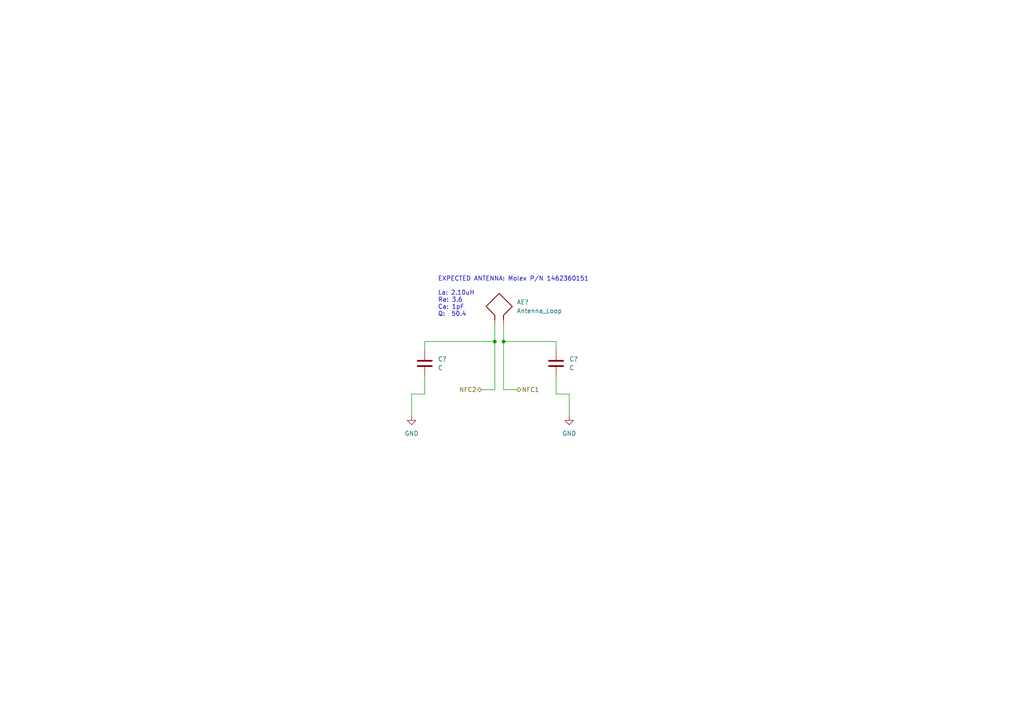
<source format=kicad_sch>
(kicad_sch (version 20211123) (generator eeschema)
  (paper "A4")
  (lib_symbols
    (symbol "Device:Antenna_Loop" (pin_numbers hide) (pin_names (offset 1.016) hide)
      (property "Reference" "AE" (at 1.27 6.35 0))
      (property "Value" "Antenna_Loop" (at 1.27 5.08 0))
      (symbol "Antenna_Loop_0_1"
        (polyline (pts (xy 2.54 -3.81) (xy 2.54 -2.54) (xy 5.08 0) (xy 1.27 3.81) (xy -2.54 0) (xy 0 -2.54) (xy 0 -3.81)) (stroke (width 0.254)))
      )
      (symbol "Antenna_Loop_1_1"
        (pin input line (at 0 -5.08 90) (length 2.54) (name "~") (number "1"))
        (pin input line (at 2.54 -5.08 90) (length 2.54) (name "~") (number "2"))
      )
    )
    (symbol "Device:C" (pin_numbers hide) (pin_names (offset 0.254))
      (property "Reference" "C" (at 0.635 2.54 0))
      (property "Value" "C" (at 0.635 -2.54 0))
      (symbol "C_0_1"
        (polyline (pts (xy -2.032 -0.762) (xy 2.032 -0.762)) (stroke (width 0.508)))
        (polyline (pts (xy -2.032 0.762) (xy 2.032 0.762)) (stroke (width 0.508)))
      )
      (symbol "C_1_1"
        (pin passive line (at 0 3.81 270) (length 2.794) (name "~") (number "1"))
        (pin passive line (at 0 -3.81 90) (length 2.794) (name "~") (number "2"))
      )
    )
    (symbol "power:GND" (power) (pin_names (offset 0))
      (property "Value" "GND" (at 0 -3.81 0))
      (symbol "GND_0_1"
        (polyline (pts (xy 0 0) (xy 0 -1.27) (xy 1.27 -1.27) (xy 0 -2.54) (xy -1.27 -1.27) (xy 0 -1.27)))
      )
      (symbol "GND_1_1"
        (pin power_in line (at 0 0 270) (length 0) hide (name "GND") (number "1"))
      )
    )
  )
  (junction (at 146.05 99.06))
  (junction (at 143.51 99.06))
  (wire (pts (xy 161.29 114.3) (xy 165.1 114.3)))
  (wire (pts (xy 146.05 99.06) (xy 146.05 113.03)))
  (wire (pts (xy 165.1 114.3) (xy 165.1 120.65)))
  (wire (pts (xy 146.05 113.03) (xy 149.86 113.03)))
  (wire (pts (xy 123.19 99.06) (xy 143.51 99.06)))
  (wire (pts (xy 123.19 101.6) (xy 123.19 99.06)))
  (wire (pts (xy 146.05 99.06) (xy 161.29 99.06)))
  (wire (pts (xy 143.51 113.03) (xy 143.51 99.06)))
  (wire (pts (xy 146.05 93.98) (xy 146.05 99.06)))
  (wire (pts (xy 161.29 101.6) (xy 161.29 99.06)))
  (wire (pts (xy 139.7 113.03) (xy 143.51 113.03)))
  (wire (pts (xy 119.38 114.3) (xy 123.19 114.3)))
  (wire (pts (xy 123.19 114.3) (xy 123.19 109.22)))
  (wire (pts (xy 143.51 99.06) (xy 143.51 93.98)))
  (wire (pts (xy 119.38 114.3) (xy 119.38 120.65)))
  (wire (pts (xy 161.29 109.22) (xy 161.29 114.3)))
  (text "EXPECTED ANTENNA: Molex P/N 1462360151\n\nLa: 2.10uH\nRa: 3.6\nCa: 1pF\nQ:  50.4\n\n" (at 127 93.98 0) (effects (font (size 1.27 1.27)) (justify left bottom)))
  (hierarchical_label "NFC2" (shape bidirectional) (at 139.7 113.03 180))
  (hierarchical_label "NFC1" (shape bidirectional) (at 149.86 113.03 0))
  (symbol (lib_id "power:GND") (at 165.1 120.65 0) (unit 1)
    (property "Reference" "#PWR?" (effects hide))
    (property "Value" "GND" (at 165.1 125.73 0))
  )
  (symbol (lib_id "Device:C") (at 161.29 105.41 0) (unit 1)
    (property "Reference" "C?" (at 165.1 104.1399 0) (effects (justify left)))
    (property "Value" "C" (at 165.1 106.6799 0) (effects (justify left)))
  )
  (symbol (lib_id "power:GND") (at 119.38 120.65 0) (unit 1)
    (property "Reference" "#PWR?" (effects hide))
    (property "Value" "GND" (at 119.38 125.73 0))
  )
  (symbol (lib_id "Device:C") (at 123.19 105.41 0) (unit 1)
    (property "Reference" "C?" (at 127 104.1399 0) (effects (justify left)))
    (property "Value" "C" (at 127 106.6799 0) (effects (justify left)))
  )
  (symbol (lib_id "Device:Antenna_Loop") (at 143.51 88.9 0) (unit 1)
    (property "Reference" "AE?" (at 149.86 87.6299 0) (effects (justify left)))
    (property "Value" "Antenna_Loop" (at 149.86 90.1699 0) (effects (justify left)))
  )
)
</source>
